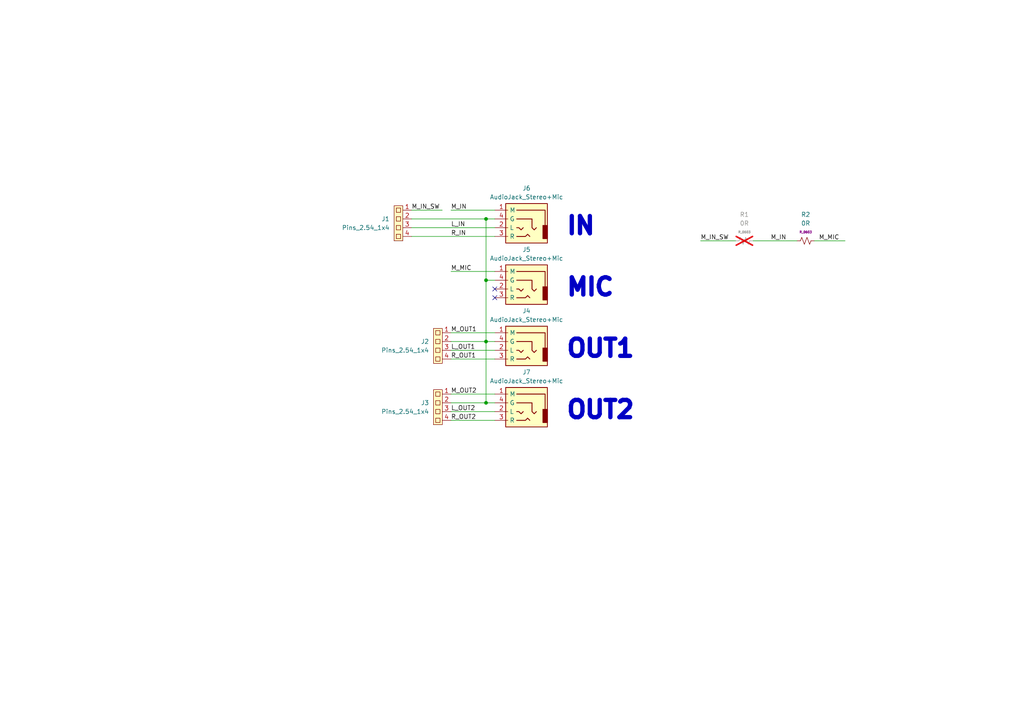
<source format=kicad_sch>
(kicad_sch (version 20230121) (generator eeschema)
  (paper "A4")
  (title_block (title "AUX SWITCH") (date "2023-08-06") (rev "v1.0") (company "cb-technology"))
  (lib_symbols
    (symbol ".J_Connector:AudioJack_Stereo+Mic"
      (property "Reference" "J" (at -0.635 12.065 0))
      (property "Value" "AudioJack_Stereo+Mic" (at -0.635 8.89 0))
      (symbol "AudioJack_Stereo+Mic_0_1"
        (rectangle (start -7.62 0.635) (end -6.35 -3.175) (stroke (width 0.254)) (fill (type outline)))
        (rectangle (start -7.62 6.985) (end 4.445 -4.445) (stroke (width 0.254)) (fill (type background)))
        (polyline (pts (xy -2.54 -2.54) (xy -1.905 -1.905) (xy -1.27 -2.54) (xy 1.27 -2.54)) (stroke (width 0.254)))
        (polyline (pts (xy -0.635 0) (xy 0 -0.635) (xy 0.635 0) (xy 1.27 0) (xy 1.27 0)) (stroke (width 0.254)))
        (polyline (pts (xy 1.27 2.54) (xy -3.175 2.54) (xy -3.175 0) (xy -3.81 -0.635) (xy -4.445 0)) (stroke (width 0.254)))
        (polyline (pts (xy 1.27 5.08) (xy -2.54 5.08) (xy -6.985 5.08) (xy -6.985 5.08) (xy -6.985 0.635)) (stroke (width 0.254)))
      )
      (symbol "AudioJack_Stereo+Mic_1_1"
        (pin passive line (at 7.62 5.08 180) (length 3.81) (name "M") (number "1"))
        (pin passive line (at 7.62 0 180) (length 3.81) (name "L") (number "2"))
        (pin passive line (at 7.62 -2.54 180) (length 3.81) (name "R") (number "3"))
        (pin passive line (at 7.62 2.54 180) (length 3.81) (name "G") (number "4"))
      )
    )
    (symbol ".J_Connector:Pins_2.54_1x4" (pin_names hide)
      (property "Reference" "J" (at -1.27 11.43 0))
      (property "Value" "Pins_2.54_1x4" (at 0 -1.27 0))
      (symbol "Pins_2.54_1x4_0_1"
        (rectangle (start -1.27 10.16) (end 1.27 0) (stroke (width 0.1524)) (fill (type background)))
        (rectangle (start -0.635 1.905) (end 0.635 0.635) (stroke (width 0.1524)))
        (rectangle (start -0.635 4.445) (end 0.635 3.175) (stroke (width 0.1524)))
        (rectangle (start -0.635 6.985) (end 0.635 5.715) (stroke (width 0.1524)))
        (rectangle (start -0.635 9.525) (end 0.635 8.255) (stroke (width 0.1524)))
      )
      (symbol "Pins_2.54_1x4_1_1"
        (pin passive line (at -3.81 8.89 0) (length 2.54) (name "1") (number "1"))
        (pin passive line (at -3.81 6.35 0) (length 2.54) (name "2") (number "2"))
        (pin passive line (at -3.81 3.81 0) (length 2.54) (name "3") (number "3"))
        (pin passive line (at -3.81 1.27 0) (length 2.54) (name "4") (number "4"))
      )
    )
    (symbol ".R_Resistor:R_0603" (pin_numbers hide) (pin_names (offset 1.016))
      (property "Reference" "R" (at 2.54 1.905 0))
      (property "Value" "R_0603" (at 5.08 0 0))
      (property "Size" "R_0603" (at 3.81 -1.905 0))
      (symbol "R_0603_1_1"
        (polyline (pts (xy 0 0) (xy 1.016 -0.381) (xy 0 -0.762) (xy -1.016 -1.143) (xy 0 -1.524)))
        (polyline (pts (xy 0 1.524) (xy 1.016 1.143) (xy 0 0.762) (xy -1.016 0.381) (xy 0 0)))
        (pin passive line (at 0 2.54 270) (length 1.016) (name "~") (number "1"))
        (pin passive line (at 0 -2.54 90) (length 1.016) (name "~") (number "2"))
      )
    )
  )
  (junction (at 140.97 63.5))
  (junction (at 140.97 99.06))
  (junction (at 140.97 81.28))
  (junction (at 140.97 116.84))
  (no_connect (at 143.51 83.82))
  (no_connect (at 143.51 86.36))
  (wire (pts (xy 140.97 63.5) (xy 140.97 81.28)))
  (wire (pts (xy 130.81 116.84) (xy 140.97 116.84)))
  (wire (pts (xy 119.38 63.5) (xy 140.97 63.5)))
  (wire (pts (xy 130.81 96.52) (xy 143.51 96.52)))
  (wire (pts (xy 130.81 104.14) (xy 143.51 104.14)))
  (wire (pts (xy 130.81 121.92) (xy 143.51 121.92)))
  (wire (pts (xy 140.97 99.06) (xy 140.97 116.84)))
  (wire (pts (xy 130.81 78.74) (xy 143.51 78.74)))
  (wire (pts (xy 140.97 81.28) (xy 143.51 81.28)))
  (wire (pts (xy 119.38 60.96) (xy 128.27 60.96)))
  (wire (pts (xy 119.38 68.58) (xy 143.51 68.58)))
  (wire (pts (xy 130.81 119.38) (xy 143.51 119.38)))
  (wire (pts (xy 236.22 69.85) (xy 245.11 69.85)))
  (wire (pts (xy 130.81 60.96) (xy 143.51 60.96)))
  (wire (pts (xy 140.97 99.06) (xy 143.51 99.06)))
  (wire (pts (xy 140.97 116.84) (xy 143.51 116.84)))
  (wire (pts (xy 140.97 81.28) (xy 140.97 99.06)))
  (wire (pts (xy 130.81 114.3) (xy 143.51 114.3)))
  (wire (pts (xy 143.51 63.5) (xy 140.97 63.5)))
  (wire (pts (xy 130.81 99.06) (xy 140.97 99.06)))
  (wire (pts (xy 203.2 69.85) (xy 213.36 69.85)))
  (wire (pts (xy 119.38 66.04) (xy 143.51 66.04)))
  (wire (pts (xy 130.81 101.6) (xy 143.51 101.6)))
  (wire (pts (xy 218.44 69.85) (xy 231.14 69.85)))
  (text "OUT1" (at 163.83 104.14 0) (effects (font (size 5 5) (thickness 2) bold) (justify left bottom)))
  (text "OUT2" (at 163.83 121.92 0) (effects (font (size 5 5) (thickness 2) bold) (justify left bottom)))
  (text "IN" (at 163.83 68.58 0) (effects (font (size 5 5) (thickness 2) bold) (justify left bottom)))
  (text "MIC" (at 163.83 86.36 0) (effects (font (size 5 5) (thickness 2) bold) (justify left bottom)))
  (label "L_OUT1" (at 130.81 101.6 0))
  (label "L_OUT2" (at 130.81 119.38 0))
  (label "M_IN_SW" (at 119.38 60.96 0))
  (label "M_OUT2" (at 130.81 114.3 0))
  (label "M_MIC" (at 130.81 78.74 0))
  (label "L_IN" (at 130.81 66.04 0))
  (label "M_IN" (at 223.52 69.85 0))
  (label "M_IN_SW" (at 203.2 69.85 0))
  (label "R_OUT1" (at 130.81 104.14 0))
  (label "R_OUT2" (at 130.81 121.92 0))
  (label "M_IN" (at 130.81 60.96 0))
  (label "R_IN" (at 130.81 68.58 0))
  (label "M_MIC" (at 237.49 69.85 0))
  (label "M_OUT1" (at 130.81 96.52 0))
  (symbol (lib_id ".J_Connector:AudioJack_Stereo+Mic") (at 151.13 83.82 0) (mirror y) (unit 1)
    (property "Reference" "J5" (at 152.7175 72.39 0))
    (property "Value" "AudioJack_Stereo+Mic" (at 152.7175 74.93 0))
    (property "Footprint" "J_Connector:AudioJack_STX-35061-4T" (effects hide))
    (property "Datasheet" "https://www.kycon.com/Pub_Eng_Draw/STX-35061-xT.pdf" (effects hide))
  )
  (symbol (lib_id ".J_Connector:Pins_2.54_1x4") (at 115.57 69.85 0) (mirror y) (unit 1)
    (property "Reference" "J1" (at 113.03 63.5 0) (effects (justify left)))
    (property "Value" "Pins_2.54_1x4" (at 113.03 66.04 0) (effects (justify left)))
    (property "Footprint" "J_Connector:Pins-2.54-1x4" (effects hide))
  )
  (symbol (lib_id ".J_Connector:AudioJack_Stereo+Mic") (at 151.13 66.04 0) (mirror y) (unit 1)
    (property "Reference" "J6" (at 152.7175 54.61 0))
    (property "Value" "AudioJack_Stereo+Mic" (at 152.7175 57.15 0))
    (property "Footprint" "J_Connector:AudioJack_STX-35061-4T" (effects hide))
    (property "Datasheet" "https://www.kycon.com/Pub_Eng_Draw/STX-35061-xT.pdf" (effects hide))
  )
  (symbol (lib_id ".J_Connector:AudioJack_Stereo+Mic") (at 151.13 119.38 0) (mirror y) (unit 1)
    (property "Reference" "J7" (at 152.7175 107.95 0))
    (property "Value" "AudioJack_Stereo+Mic" (at 152.7175 110.49 0))
    (property "Footprint" "J_Connector:AudioJack_STX-35061-4T" (effects hide))
    (property "Datasheet" "https://www.kycon.com/Pub_Eng_Draw/STX-35061-xT.pdf" (effects hide))
  )
  (symbol (lib_id ".R_Resistor:R_0603") (at 215.9 69.85 90) (unit 1) (dnp yes)
    (property "Reference" "R1" (at 215.9 62.23 90))
    (property "Value" "0R" (at 215.9 64.77 90))
    (property "Footprint" "R_Resistor:R_0603" (effects hide))
    (property "Size" "R_0603" (at 215.9 67.31 90) (effects (font (size 0.635 0.635))))
  )
  (symbol (lib_id ".R_Resistor:R_0603") (at 233.68 69.85 90) (unit 1)
    (property "Reference" "R2" (at 233.68 62.23 90))
    (property "Value" "0R" (at 233.68 64.77 90))
    (property "Footprint" "R_Resistor:R_0603" (effects hide))
    (property "Size" "R_0603" (at 233.68 67.31 90) (effects (font (size 0.635 0.635))))
  )
  (symbol (lib_id ".J_Connector:Pins_2.54_1x4") (at 127 123.19 0) (mirror y) (unit 1)
    (property "Reference" "J3" (at 124.46 116.84 0) (effects (justify left)))
    (property "Value" "Pins_2.54_1x4" (at 124.46 119.38 0) (effects (justify left)))
    (property "Footprint" "J_Connector:Pins-2.54-1x4" (effects hide))
  )
  (symbol (lib_id ".J_Connector:Pins_2.54_1x4") (at 127 105.41 0) (mirror y) (unit 1)
    (property "Reference" "J2" (at 124.46 99.06 0) (effects (justify left)))
    (property "Value" "Pins_2.54_1x4" (at 124.46 101.6 0) (effects (justify left)))
    (property "Footprint" "J_Connector:Pins-2.54-1x4" (effects hide))
  )
  (symbol (lib_id ".J_Connector:AudioJack_Stereo+Mic") (at 151.13 101.6 0) (mirror y) (unit 1)
    (property "Reference" "J4" (at 152.7175 90.17 0))
    (property "Value" "AudioJack_Stereo+Mic" (at 152.7175 92.71 0))
    (property "Footprint" "J_Connector:AudioJack_STX-35061-4T" (effects hide))
    (property "Datasheet" "https://www.kycon.com/Pub_Eng_Draw/STX-35061-xT.pdf" (effects hide))
  )
)
</source>
